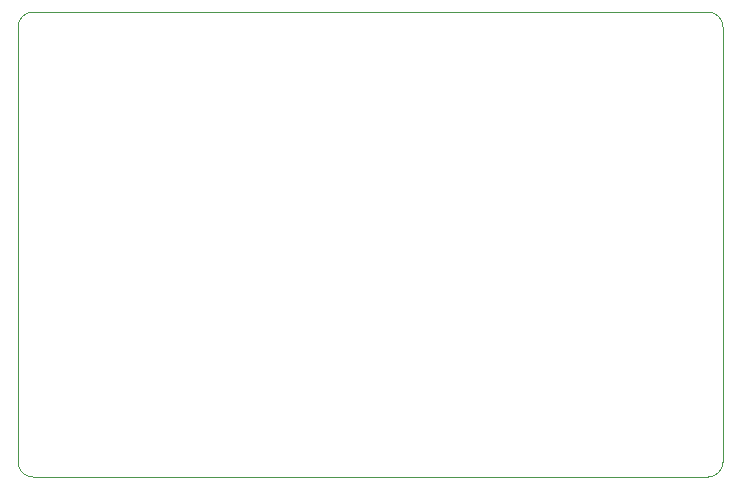
<source format=gbr>
%TF.GenerationSoftware,KiCad,Pcbnew,(5.1.12)-1*%
%TF.CreationDate,2022-03-14T19:12:09+01:00*%
%TF.ProjectId,electric-pcb-luces-led,656c6563-7472-4696-932d-7063622d6c75,R3*%
%TF.SameCoordinates,PX3072580PY3072580*%
%TF.FileFunction,Profile,NP*%
%FSLAX46Y46*%
G04 Gerber Fmt 4.6, Leading zero omitted, Abs format (unit mm)*
G04 Created by KiCad (PCBNEW (5.1.12)-1) date 2022-03-14 19:12:09*
%MOMM*%
%LPD*%
G01*
G04 APERTURE LIST*
%TA.AperFunction,Profile*%
%ADD10C,0.050000*%
%TD*%
G04 APERTURE END LIST*
D10*
X0Y-1270000D02*
X0Y-38100000D01*
X58420000Y0D02*
X1270000Y0D01*
X59690000Y-38100000D02*
X59690000Y-1270000D01*
X1270000Y-39370000D02*
X58420000Y-39370000D01*
X1270000Y-39370000D02*
G75*
G02*
X0Y-38100000I0J1270000D01*
G01*
X59690000Y-38100000D02*
G75*
G02*
X58420000Y-39370000I-1270000J0D01*
G01*
X58420000Y0D02*
G75*
G02*
X59690000Y-1270000I0J-1270000D01*
G01*
X0Y-1270000D02*
G75*
G02*
X1270000Y0I1270000J0D01*
G01*
M02*

</source>
